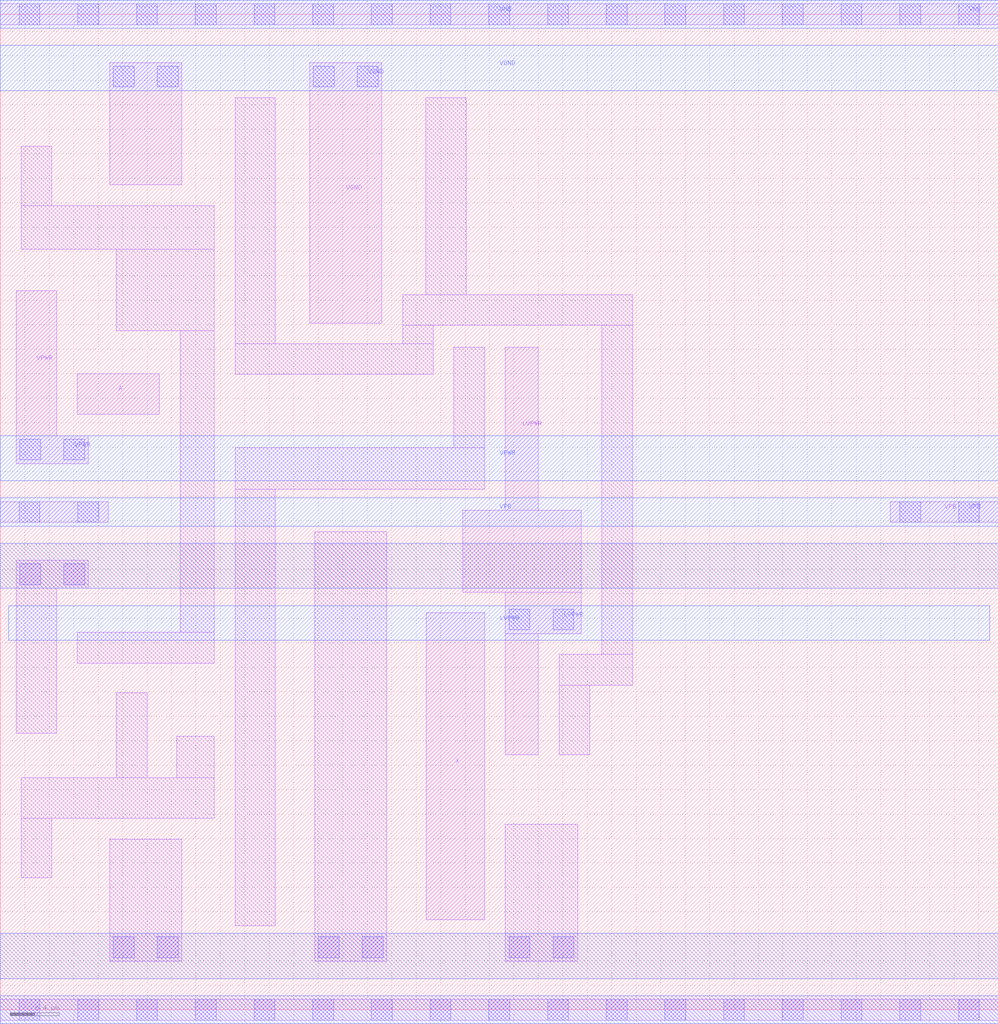
<source format=lef>
# Copyright 2020 The SkyWater PDK Authors
#
# Licensed under the Apache License, Version 2.0 (the "License");
# you may not use this file except in compliance with the License.
# You may obtain a copy of the License at
#
#     https://www.apache.org/licenses/LICENSE-2.0
#
# Unless required by applicable law or agreed to in writing, software
# distributed under the License is distributed on an "AS IS" BASIS,
# WITHOUT WARRANTIES OR CONDITIONS OF ANY KIND, either express or implied.
# See the License for the specific language governing permissions and
# limitations under the License.
#
# SPDX-License-Identifier: Apache-2.0

VERSION 5.7 ;
  NAMESCASESENSITIVE ON ;
  NOWIREEXTENSIONATPIN ON ;
  DIVIDERCHAR "/" ;
  BUSBITCHARS "[]" ;
UNITS
  DATABASE MICRONS 200 ;
END UNITS
SITE unithvdbl
  SYMMETRY y ;
  CLASS CORE ;
  SIZE  8.160000 BY  8.140000 ;
END unithvdbl
MACRO sky130_fd_sc_hvl__lsbufhv2lv_1
  CLASS CORE ;
  SOURCE USER ;
  FOREIGN sky130_fd_sc_hvl__lsbufhv2lv_1 ;
  ORIGIN  0.000000  0.000000 ;
  SIZE  8.160000 BY  8.140000 ;
  SYMMETRY X Y ;
  SITE unithvdbl ;
  PIN A
    ANTENNAGATEAREA  0.420000 ;
    DIRECTION INPUT ;
    USE SIGNAL ;
    PORT
      LAYER li1 ;
        RECT 0.630000 4.870000 1.300000 5.200000 ;
    END
  END A
  PIN X
    ANTENNADIFFAREA  0.492900 ;
    DIRECTION OUTPUT ;
    USE SIGNAL ;
    PORT
      LAYER li1 ;
        RECT 3.485000 0.735000 3.960000 3.245000 ;
    END
  END X
  PIN LVPWR
    DIRECTION INOUT ;
    USE POWER ;
    PORT
      LAYER li1 ;
        RECT 3.780000 3.415000 4.750000 4.085000 ;
        RECT 4.130000 2.085000 4.400000 3.075000 ;
        RECT 4.130000 3.075000 4.750000 3.415000 ;
        RECT 4.130000 4.085000 4.400000 5.415000 ;
      LAYER mcon ;
        RECT 4.160000 3.105000 4.330000 3.275000 ;
        RECT 4.520000 3.105000 4.690000 3.275000 ;
      LAYER met1 ;
        RECT 0.070000 3.020000 8.090000 3.305000 ;
    END
  END LVPWR
  PIN VGND
    DIRECTION INOUT ;
    USE GROUND ;
    PORT
      LAYER li1 ;
        RECT 0.895000 6.745000 1.485000 7.745000 ;
        RECT 2.530000 5.615000 3.120000 7.745000 ;
      LAYER mcon ;
        RECT 0.925000 7.545000 1.095000 7.715000 ;
        RECT 1.285000 7.545000 1.455000 7.715000 ;
        RECT 2.560000 7.545000 2.730000 7.715000 ;
        RECT 2.920000 7.545000 3.090000 7.715000 ;
      LAYER met1 ;
        RECT 0.000000 7.515000 8.160000 7.885000 ;
    END
  END VGND
  PIN VNB
    DIRECTION INOUT ;
    USE GROUND ;
    PORT
      LAYER li1 ;
        RECT 0.000000 8.055000 8.160000 8.225000 ;
      LAYER mcon ;
        RECT 0.155000 8.055000 0.325000 8.225000 ;
        RECT 0.635000 8.055000 0.805000 8.225000 ;
        RECT 1.115000 8.055000 1.285000 8.225000 ;
        RECT 1.595000 8.055000 1.765000 8.225000 ;
        RECT 2.075000 8.055000 2.245000 8.225000 ;
        RECT 2.555000 8.055000 2.725000 8.225000 ;
        RECT 3.035000 8.055000 3.205000 8.225000 ;
        RECT 3.515000 8.055000 3.685000 8.225000 ;
        RECT 3.995000 8.055000 4.165000 8.225000 ;
        RECT 4.475000 8.055000 4.645000 8.225000 ;
        RECT 4.955000 8.055000 5.125000 8.225000 ;
        RECT 5.435000 8.055000 5.605000 8.225000 ;
        RECT 5.915000 8.055000 6.085000 8.225000 ;
        RECT 6.395000 8.055000 6.565000 8.225000 ;
        RECT 6.875000 8.055000 7.045000 8.225000 ;
        RECT 7.355000 8.055000 7.525000 8.225000 ;
        RECT 7.835000 8.055000 8.005000 8.225000 ;
      LAYER met1 ;
        RECT 0.000000 8.025000 8.160000 8.255000 ;
    END
  END VNB
  PIN VPB
    DIRECTION INOUT ;
    USE POWER ;
    PORT
      LAYER li1 ;
        RECT 0.000000 3.985000 0.885000 4.155000 ;
        RECT 7.275000 3.985000 8.160000 4.155000 ;
      LAYER mcon ;
        RECT 0.155000 3.985000 0.325000 4.155000 ;
        RECT 0.635000 3.985000 0.805000 4.155000 ;
        RECT 7.355000 3.985000 7.525000 4.155000 ;
        RECT 7.835000 3.985000 8.005000 4.155000 ;
      LAYER met1 ;
        RECT 0.000000 3.955000 8.160000 4.185000 ;
    END
  END VPB
  PIN VPWR
    DIRECTION INOUT ;
    USE POWER ;
    PORT
      LAYER li1 ;
        RECT 0.130000 4.465000 0.720000 4.695000 ;
        RECT 0.130000 4.695000 0.460000 5.880000 ;
      LAYER mcon ;
        RECT 0.160000 4.495000 0.330000 4.665000 ;
        RECT 0.520000 4.495000 0.690000 4.665000 ;
      LAYER met1 ;
        RECT 0.000000 4.325000 8.160000 4.695000 ;
    END
  END VPWR
  OBS
    LAYER li1 ;
      RECT 0.000000 -0.085000 8.160000 0.085000 ;
      RECT 0.130000  2.260000 0.460000 3.445000 ;
      RECT 0.130000  3.445000 0.720000 3.675000 ;
      RECT 0.170000  1.080000 0.420000 1.565000 ;
      RECT 0.170000  1.565000 1.750000 1.895000 ;
      RECT 0.170000  6.220000 1.750000 6.575000 ;
      RECT 0.170000  6.575000 0.420000 7.060000 ;
      RECT 0.630000  2.835000 1.750000 3.085000 ;
      RECT 0.895000  0.395000 1.485000 1.395000 ;
      RECT 0.950000  1.895000 1.200000 2.590000 ;
      RECT 0.950000  5.550000 1.750000 6.220000 ;
      RECT 1.445000  1.895000 1.750000 2.235000 ;
      RECT 1.470000  3.085000 1.750000 5.550000 ;
      RECT 1.920000  0.685000 2.250000 4.255000 ;
      RECT 1.920000  4.255000 3.960000 4.595000 ;
      RECT 1.920000  5.195000 3.540000 5.445000 ;
      RECT 1.920000  5.445000 2.250000 7.455000 ;
      RECT 2.570000  0.395000 3.160000 3.910000 ;
      RECT 3.290000  5.445000 3.540000 5.595000 ;
      RECT 3.290000  5.595000 5.170000 5.845000 ;
      RECT 3.480000  5.845000 3.810000 7.455000 ;
      RECT 3.710000  4.595000 3.960000 5.415000 ;
      RECT 4.130000  0.395000 4.720000 1.515000 ;
      RECT 4.570000  2.085000 4.820000 2.655000 ;
      RECT 4.570000  2.655000 5.170000 2.905000 ;
      RECT 4.920000  2.905000 5.170000 5.595000 ;
    LAYER mcon ;
      RECT 0.155000 -0.085000 0.325000 0.085000 ;
      RECT 0.160000  3.475000 0.330000 3.645000 ;
      RECT 0.520000  3.475000 0.690000 3.645000 ;
      RECT 0.635000 -0.085000 0.805000 0.085000 ;
      RECT 0.925000  0.425000 1.095000 0.595000 ;
      RECT 1.115000 -0.085000 1.285000 0.085000 ;
      RECT 1.285000  0.425000 1.455000 0.595000 ;
      RECT 1.595000 -0.085000 1.765000 0.085000 ;
      RECT 2.075000 -0.085000 2.245000 0.085000 ;
      RECT 2.555000 -0.085000 2.725000 0.085000 ;
      RECT 2.600000  0.425000 2.770000 0.595000 ;
      RECT 2.960000  0.425000 3.130000 0.595000 ;
      RECT 3.035000 -0.085000 3.205000 0.085000 ;
      RECT 3.515000 -0.085000 3.685000 0.085000 ;
      RECT 3.995000 -0.085000 4.165000 0.085000 ;
      RECT 4.160000  0.425000 4.330000 0.595000 ;
      RECT 4.475000 -0.085000 4.645000 0.085000 ;
      RECT 4.520000  0.425000 4.690000 0.595000 ;
      RECT 4.955000 -0.085000 5.125000 0.085000 ;
      RECT 5.435000 -0.085000 5.605000 0.085000 ;
      RECT 5.915000 -0.085000 6.085000 0.085000 ;
      RECT 6.395000 -0.085000 6.565000 0.085000 ;
      RECT 6.875000 -0.085000 7.045000 0.085000 ;
      RECT 7.355000 -0.085000 7.525000 0.085000 ;
      RECT 7.835000 -0.085000 8.005000 0.085000 ;
    LAYER met1 ;
      RECT 0.000000 -0.115000 8.160000 0.115000 ;
      RECT 0.000000  0.255000 8.160000 0.625000 ;
      RECT 0.000000  3.445000 8.160000 3.815000 ;
  END
END sky130_fd_sc_hvl__lsbufhv2lv_1

</source>
